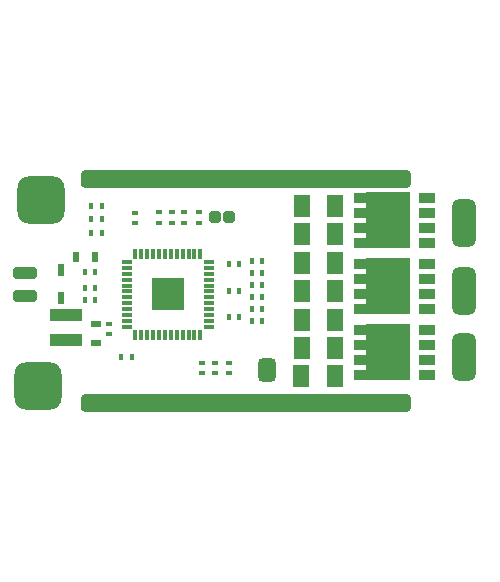
<source format=gbr>
%TF.GenerationSoftware,Altium Limited,Altium Designer,20.2.3 (150)*%
G04 Layer_Color=255*
%FSLAX26Y26*%
%MOIN*%
%TF.SameCoordinates,27716F98-0B22-40FE-96F5-AA6DB086EB47*%
%TF.FilePolarity,Positive*%
%TF.FileFunction,Pads,Top*%
%TF.Part,Single*%
G01*
G75*
%TA.AperFunction,SMDPad,SMDef*%
G04:AMPARAMS|DCode=16|XSize=78.74mil|YSize=59.055mil|CornerRadius=14.764mil|HoleSize=0mil|Usage=FLASHONLY|Rotation=270.000|XOffset=0mil|YOffset=0mil|HoleType=Round|Shape=RoundedRectangle|*
%AMROUNDEDRECTD16*
21,1,0.078740,0.029527,0,0,270.0*
21,1,0.049213,0.059055,0,0,270.0*
1,1,0.029528,-0.014764,-0.024606*
1,1,0.029528,-0.014764,0.024606*
1,1,0.029528,0.014764,0.024606*
1,1,0.029528,0.014764,-0.024606*
%
%ADD16ROUNDEDRECTD16*%
G04:AMPARAMS|DCode=17|XSize=59.055mil|YSize=1102.362mil|CornerRadius=14.764mil|HoleSize=0mil|Usage=FLASHONLY|Rotation=90.000|XOffset=0mil|YOffset=0mil|HoleType=Round|Shape=RoundedRectangle|*
%AMROUNDEDRECTD17*
21,1,0.059055,1.072835,0,0,90.0*
21,1,0.029527,1.102362,0,0,90.0*
1,1,0.029528,0.536417,0.014764*
1,1,0.029528,0.536417,-0.014764*
1,1,0.029528,-0.536417,-0.014764*
1,1,0.029528,-0.536417,0.014764*
%
%ADD17ROUNDEDRECTD17*%
G04:AMPARAMS|DCode=18|XSize=39.37mil|YSize=78.74mil|CornerRadius=9.842mil|HoleSize=0mil|Usage=FLASHONLY|Rotation=90.000|XOffset=0mil|YOffset=0mil|HoleType=Round|Shape=RoundedRectangle|*
%AMROUNDEDRECTD18*
21,1,0.039370,0.059055,0,0,90.0*
21,1,0.019685,0.078740,0,0,90.0*
1,1,0.019685,0.029528,0.009843*
1,1,0.019685,0.029528,-0.009843*
1,1,0.019685,-0.029528,-0.009843*
1,1,0.019685,-0.029528,0.009843*
%
%ADD18ROUNDEDRECTD18*%
G04:AMPARAMS|DCode=19|XSize=39.37mil|YSize=39.37mil|CornerRadius=9.842mil|HoleSize=0mil|Usage=FLASHONLY|Rotation=90.000|XOffset=0mil|YOffset=0mil|HoleType=Round|Shape=RoundedRectangle|*
%AMROUNDEDRECTD19*
21,1,0.039370,0.019685,0,0,90.0*
21,1,0.019685,0.039370,0,0,90.0*
1,1,0.019685,0.009843,0.009843*
1,1,0.019685,0.009843,-0.009843*
1,1,0.019685,-0.009843,-0.009843*
1,1,0.019685,-0.009843,0.009843*
%
%ADD19ROUNDEDRECTD19*%
G04:AMPARAMS|DCode=20|XSize=157.48mil|YSize=157.48mil|CornerRadius=39.37mil|HoleSize=0mil|Usage=FLASHONLY|Rotation=270.000|XOffset=0mil|YOffset=0mil|HoleType=Round|Shape=RoundedRectangle|*
%AMROUNDEDRECTD20*
21,1,0.157480,0.078740,0,0,270.0*
21,1,0.078740,0.157480,0,0,270.0*
1,1,0.078740,-0.039370,-0.039370*
1,1,0.078740,-0.039370,0.039370*
1,1,0.078740,0.039370,0.039370*
1,1,0.078740,0.039370,-0.039370*
%
%ADD20ROUNDEDRECTD20*%
G04:AMPARAMS|DCode=21|XSize=157.48mil|YSize=78.74mil|CornerRadius=19.685mil|HoleSize=0mil|Usage=FLASHONLY|Rotation=90.000|XOffset=0mil|YOffset=0mil|HoleType=Round|Shape=RoundedRectangle|*
%AMROUNDEDRECTD21*
21,1,0.157480,0.039370,0,0,90.0*
21,1,0.118110,0.078740,0,0,90.0*
1,1,0.039370,0.019685,0.059055*
1,1,0.039370,0.019685,-0.059055*
1,1,0.039370,-0.019685,-0.059055*
1,1,0.039370,-0.019685,0.059055*
%
%ADD21ROUNDEDRECTD21*%
%TA.AperFunction,SMDPad,CuDef*%
%ADD22R,0.053937X0.075197*%
%ADD23R,0.057087X0.033465*%
%ADD24R,0.041339X0.033465*%
%ADD25R,0.147638X0.185039*%
%ADD26R,0.106000X0.039000*%
%ADD27R,0.023622X0.016000*%
%ADD28R,0.017000X0.023622*%
%ADD29R,0.016000X0.023622*%
%ADD30R,0.019685X0.041339*%
%ADD31R,0.033465X0.011811*%
%ADD32R,0.011811X0.033465*%
%ADD33R,0.106299X0.106299*%
%ADD34R,0.036614X0.020000*%
%ADD35R,0.020000X0.036614*%
%ADD36R,0.023622X0.017000*%
D16*
X2774000Y1493000D02*
D03*
D17*
X2703000Y2131000D02*
D03*
Y1385000D02*
D03*
D18*
X1967779Y1818324D02*
D03*
X1968000Y1741000D02*
D03*
D19*
X2647906Y2005382D02*
D03*
X2600000Y2005000D02*
D03*
D20*
X2022000Y2060000D02*
D03*
X2012000Y1440000D02*
D03*
D21*
X3430000Y1536000D02*
D03*
Y1756000D02*
D03*
Y1984000D02*
D03*
D22*
X2890055Y1852000D02*
D03*
X3001945D02*
D03*
X2889055Y1475000D02*
D03*
X3000945D02*
D03*
X2890055Y1566000D02*
D03*
X3001945D02*
D03*
X2890055Y1662000D02*
D03*
X3001945D02*
D03*
X2890055Y1947000D02*
D03*
X3001945D02*
D03*
X2890055Y2042000D02*
D03*
X3001945D02*
D03*
X2890055Y1757000D02*
D03*
X3001945D02*
D03*
D23*
X3308268Y1479000D02*
D03*
Y1529000D02*
D03*
Y1579000D02*
D03*
Y1629000D02*
D03*
X3307921Y1699000D02*
D03*
Y1749000D02*
D03*
Y1799000D02*
D03*
Y1849000D02*
D03*
X3308268Y1919000D02*
D03*
Y1969000D02*
D03*
Y2019000D02*
D03*
Y2069000D02*
D03*
D24*
X3083858Y1629000D02*
D03*
Y1579000D02*
D03*
Y1529000D02*
D03*
Y1479000D02*
D03*
X3083512Y1849000D02*
D03*
Y1799000D02*
D03*
Y1749000D02*
D03*
Y1699000D02*
D03*
X3083858Y2069000D02*
D03*
Y2019000D02*
D03*
Y1969000D02*
D03*
Y1919000D02*
D03*
D25*
X3178347Y1554000D02*
D03*
X3178000Y1774000D02*
D03*
X3178347Y1994000D02*
D03*
D26*
X2104000Y1679000D02*
D03*
Y1593000D02*
D03*
D27*
X2249000Y1648008D02*
D03*
Y1613992D02*
D03*
X2334000Y2017008D02*
D03*
Y1982992D02*
D03*
D28*
X2681008Y1846000D02*
D03*
X2646992D02*
D03*
X2681008Y1756000D02*
D03*
X2646992D02*
D03*
X2681008Y1670000D02*
D03*
X2646992D02*
D03*
X2757008Y1856000D02*
D03*
X2722992D02*
D03*
X2757008Y1816000D02*
D03*
X2722992D02*
D03*
X2757008Y1776000D02*
D03*
X2722992D02*
D03*
X2757008Y1736000D02*
D03*
X2722992D02*
D03*
X2757008Y1696000D02*
D03*
X2722992D02*
D03*
X2757008Y1656000D02*
D03*
X2722992D02*
D03*
X2188992Y2040000D02*
D03*
X2223008D02*
D03*
Y1952000D02*
D03*
X2188992D02*
D03*
X2223008Y1996000D02*
D03*
X2188992D02*
D03*
X2288992Y1538000D02*
D03*
X2323008D02*
D03*
D29*
X2166992Y1766000D02*
D03*
X2201008D02*
D03*
X2166992Y1821000D02*
D03*
X2201008D02*
D03*
X2166992Y1726000D02*
D03*
X2201008D02*
D03*
D30*
X2089000Y1734347D02*
D03*
Y1827653D02*
D03*
D31*
X2308173Y1854268D02*
D03*
Y1834583D02*
D03*
Y1814898D02*
D03*
Y1795213D02*
D03*
Y1775528D02*
D03*
Y1755842D02*
D03*
Y1736158D02*
D03*
Y1716472D02*
D03*
Y1696787D02*
D03*
Y1677102D02*
D03*
Y1657417D02*
D03*
Y1637732D02*
D03*
X2579827D02*
D03*
Y1657417D02*
D03*
Y1677102D02*
D03*
Y1696787D02*
D03*
Y1716472D02*
D03*
Y1736158D02*
D03*
Y1755842D02*
D03*
Y1775528D02*
D03*
Y1795213D02*
D03*
Y1814898D02*
D03*
Y1834583D02*
D03*
Y1854268D02*
D03*
D32*
X2335732Y1610173D02*
D03*
X2355417D02*
D03*
X2375102D02*
D03*
X2394787D02*
D03*
X2414472D02*
D03*
X2434157D02*
D03*
X2453843D02*
D03*
X2473528D02*
D03*
X2493213D02*
D03*
X2512898D02*
D03*
X2532583D02*
D03*
X2552268D02*
D03*
Y1881827D02*
D03*
X2532583D02*
D03*
X2512898D02*
D03*
X2493213D02*
D03*
X2473528D02*
D03*
X2453843D02*
D03*
X2434157D02*
D03*
X2414472D02*
D03*
X2394787D02*
D03*
X2375102D02*
D03*
X2355417D02*
D03*
X2335732D02*
D03*
D33*
X2444000Y1746000D02*
D03*
D34*
X2204000Y1585685D02*
D03*
Y1646315D02*
D03*
D35*
X2199315Y1871000D02*
D03*
X2138685D02*
D03*
D36*
X2646000Y1484992D02*
D03*
Y1519008D02*
D03*
X2558000D02*
D03*
Y1484992D02*
D03*
X2499218Y2019567D02*
D03*
Y1985551D02*
D03*
X2415218D02*
D03*
Y2019567D02*
D03*
X2546000Y2019567D02*
D03*
Y1985551D02*
D03*
X2602000Y1519008D02*
D03*
Y1484992D02*
D03*
X2457218Y1985551D02*
D03*
Y2019567D02*
D03*
%TF.MD5,6aed2f7bec11047a4cf2a604827b2400*%
M02*

</source>
